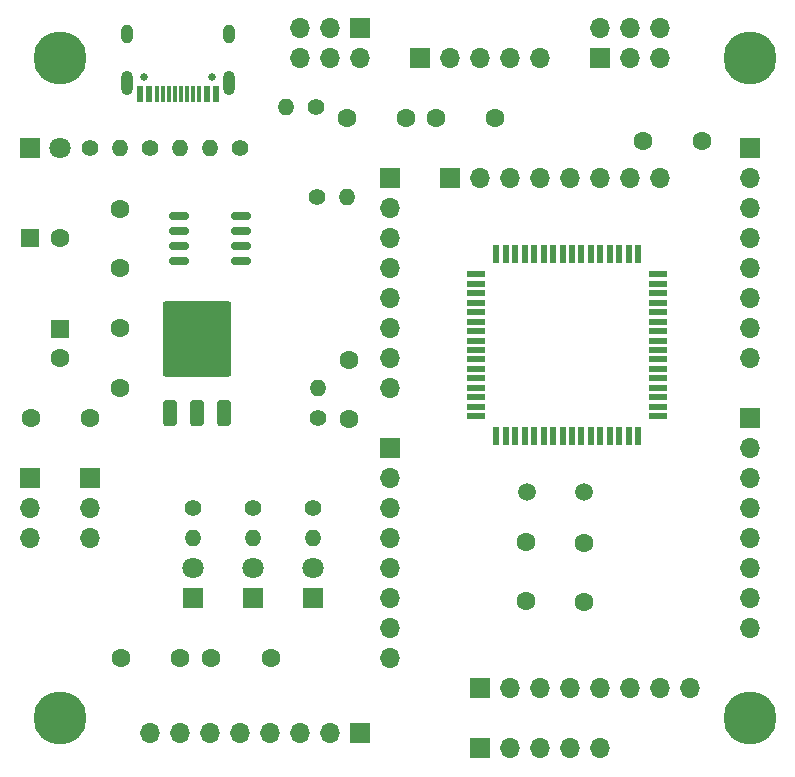
<source format=gts>
G04 #@! TF.GenerationSoftware,KiCad,Pcbnew,7.0.7*
G04 #@! TF.CreationDate,2023-10-10T22:42:23+09:00*
G04 #@! TF.ProjectId,Pixy-mega128,41544d65-6761-4313-9238-4475696e6f2e,rev?*
G04 #@! TF.SameCoordinates,Original*
G04 #@! TF.FileFunction,Soldermask,Top*
G04 #@! TF.FilePolarity,Negative*
%FSLAX46Y46*%
G04 Gerber Fmt 4.6, Leading zero omitted, Abs format (unit mm)*
G04 Created by KiCad (PCBNEW 7.0.7) date 2023-10-10 22:42:23*
%MOMM*%
%LPD*%
G01*
G04 APERTURE LIST*
G04 Aperture macros list*
%AMRoundRect*
0 Rectangle with rounded corners*
0 $1 Rounding radius*
0 $2 $3 $4 $5 $6 $7 $8 $9 X,Y pos of 4 corners*
0 Add a 4 corners polygon primitive as box body*
4,1,4,$2,$3,$4,$5,$6,$7,$8,$9,$2,$3,0*
0 Add four circle primitives for the rounded corners*
1,1,$1+$1,$2,$3*
1,1,$1+$1,$4,$5*
1,1,$1+$1,$6,$7*
1,1,$1+$1,$8,$9*
0 Add four rect primitives between the rounded corners*
20,1,$1+$1,$2,$3,$4,$5,0*
20,1,$1+$1,$4,$5,$6,$7,0*
20,1,$1+$1,$6,$7,$8,$9,0*
20,1,$1+$1,$8,$9,$2,$3,0*%
G04 Aperture macros list end*
%ADD10C,1.400000*%
%ADD11O,1.400000X1.400000*%
%ADD12C,4.500000*%
%ADD13RoundRect,0.250000X0.350000X-0.850000X0.350000X0.850000X-0.350000X0.850000X-0.350000X-0.850000X0*%
%ADD14RoundRect,0.249997X2.650003X-2.950003X2.650003X2.950003X-2.650003X2.950003X-2.650003X-2.950003X0*%
%ADD15R,1.700000X1.700000*%
%ADD16O,1.700000X1.700000*%
%ADD17C,1.600000*%
%ADD18R,1.800000X1.800000*%
%ADD19C,1.800000*%
%ADD20RoundRect,0.150000X0.675000X0.150000X-0.675000X0.150000X-0.675000X-0.150000X0.675000X-0.150000X0*%
%ADD21R,1.600000X1.600000*%
%ADD22C,1.500000*%
%ADD23C,0.650000*%
%ADD24R,0.600000X1.450000*%
%ADD25R,0.300000X1.450000*%
%ADD26O,1.000000X2.100000*%
%ADD27O,1.000000X1.600000*%
%ADD28R,1.500000X0.550000*%
%ADD29R,0.550000X1.500000*%
G04 APERTURE END LIST*
D10*
G04 #@! TO.C,R7*
X44688114Y-34598021D03*
D11*
X47228114Y-34598021D03*
G04 #@! TD*
D12*
G04 #@! TO.C,REF4*
X81280000Y-78740000D03*
G04 #@! TD*
D13*
G04 #@! TO.C,U2*
X32230907Y-52892586D03*
X34510907Y-52892586D03*
X36790907Y-52892586D03*
D14*
X34510907Y-46592586D03*
G04 #@! TD*
D15*
G04 #@! TO.C,J3*
X81280000Y-30480000D03*
D16*
X81280000Y-33020000D03*
X81280000Y-35560000D03*
X81280000Y-38100000D03*
X81280000Y-40640000D03*
X81280000Y-43180000D03*
X81280000Y-45720000D03*
X81280000Y-48260000D03*
G04 #@! TD*
D15*
G04 #@! TO.C,J4*
X50800000Y-55880000D03*
D16*
X50800000Y-58420000D03*
X50800000Y-60960000D03*
X50800000Y-63500000D03*
X50800000Y-66040000D03*
X50800000Y-68580000D03*
X50800000Y-71120000D03*
X50800000Y-73660000D03*
G04 #@! TD*
D17*
G04 #@! TO.C,C1*
X52221606Y-27891503D03*
X47221606Y-27891503D03*
G04 #@! TD*
D18*
G04 #@! TO.C,D3*
X39198295Y-68580000D03*
D19*
X39198295Y-66040000D03*
G04 #@! TD*
D17*
G04 #@! TO.C,C10*
X35720000Y-73660000D03*
X40720000Y-73660000D03*
G04 #@! TD*
D20*
G04 #@! TO.C,U3*
X38185000Y-40005000D03*
X38185000Y-38735000D03*
X38185000Y-37465000D03*
X38185000Y-36195000D03*
X32935000Y-36195000D03*
X32935000Y-37465000D03*
X32935000Y-38735000D03*
X32935000Y-40005000D03*
G04 #@! TD*
D17*
G04 #@! TO.C,C2*
X67284504Y-63849460D03*
X67284504Y-68849460D03*
G04 #@! TD*
D10*
G04 #@! TO.C,R9*
X30480000Y-30480000D03*
D11*
X33020000Y-30480000D03*
G04 #@! TD*
D10*
G04 #@! TO.C,R8*
X38100000Y-30480000D03*
D11*
X35560000Y-30480000D03*
G04 #@! TD*
D15*
G04 #@! TO.C,J14*
X68580000Y-22860000D03*
D16*
X68580000Y-20320000D03*
X71120000Y-22860000D03*
X71120000Y-20320000D03*
X73660000Y-22860000D03*
X73660000Y-20320000D03*
G04 #@! TD*
D12*
G04 #@! TO.C,REF1*
X22860000Y-22860000D03*
G04 #@! TD*
D17*
G04 #@! TO.C,C6*
X59720530Y-27922545D03*
X54720530Y-27922545D03*
G04 #@! TD*
D15*
G04 #@! TO.C,J1*
X48260000Y-20320000D03*
D16*
X48260000Y-22860000D03*
X45720000Y-20320000D03*
X45720000Y-22860000D03*
X43180000Y-20320000D03*
X43180000Y-22860000D03*
G04 #@! TD*
D21*
G04 #@! TO.C,C8*
X20360000Y-38100000D03*
D17*
X22860000Y-38100000D03*
G04 #@! TD*
D18*
G04 #@! TO.C,D1*
X20320000Y-30480000D03*
D19*
X22860000Y-30480000D03*
G04 #@! TD*
D17*
G04 #@! TO.C,C11*
X77270653Y-29851592D03*
X72270653Y-29851592D03*
G04 #@! TD*
G04 #@! TO.C,C3*
X62388252Y-63830700D03*
X62388252Y-68830700D03*
G04 #@! TD*
G04 #@! TO.C,C12*
X47356001Y-53359149D03*
X47356001Y-48359149D03*
G04 #@! TD*
D15*
G04 #@! TO.C,J10*
X48278264Y-79983973D03*
D16*
X45738264Y-79983973D03*
X43198264Y-79983973D03*
X40658264Y-79983973D03*
X38118264Y-79983973D03*
X35578264Y-79983973D03*
X33038264Y-79983973D03*
X30498264Y-79983973D03*
G04 #@! TD*
D18*
G04 #@! TO.C,D2*
X34118295Y-68580000D03*
D19*
X34118295Y-66040000D03*
G04 #@! TD*
D10*
G04 #@! TO.C,R6*
X44278295Y-60960000D03*
D11*
X44278295Y-63500000D03*
G04 #@! TD*
D10*
G04 #@! TO.C,R5*
X39198295Y-60960000D03*
D11*
X39198295Y-63500000D03*
G04 #@! TD*
D15*
G04 #@! TO.C,J7*
X50800000Y-33020000D03*
D16*
X50800000Y-35560000D03*
X50800000Y-38100000D03*
X50800000Y-40640000D03*
X50800000Y-43180000D03*
X50800000Y-45720000D03*
X50800000Y-48260000D03*
X50800000Y-50800000D03*
G04 #@! TD*
D22*
G04 #@! TO.C,Y1*
X62393884Y-59583529D03*
X67293884Y-59583529D03*
G04 #@! TD*
D12*
G04 #@! TO.C,REF2*
X81280000Y-22860000D03*
G04 #@! TD*
D23*
G04 #@! TO.C,J11*
X35782550Y-24416830D03*
X30002550Y-24416830D03*
D24*
X36142550Y-25861830D03*
X35342550Y-25861830D03*
D25*
X34142550Y-25861830D03*
X33142550Y-25861830D03*
X32642550Y-25861830D03*
X31642550Y-25861830D03*
D24*
X30442550Y-25861830D03*
X29642550Y-25861830D03*
X29642550Y-25861830D03*
X30442550Y-25861830D03*
D25*
X31142550Y-25861830D03*
X32142550Y-25861830D03*
X33642550Y-25861830D03*
X34642550Y-25861830D03*
D24*
X35342550Y-25861830D03*
X36142550Y-25861830D03*
D26*
X37212550Y-24946830D03*
D27*
X37212550Y-20766830D03*
D26*
X28572550Y-24946830D03*
D27*
X28572550Y-20766830D03*
G04 #@! TD*
D10*
G04 #@! TO.C,R2*
X25400000Y-30480000D03*
D11*
X27940000Y-30480000D03*
G04 #@! TD*
D18*
G04 #@! TO.C,D4*
X44278295Y-68580000D03*
D19*
X44278295Y-66040000D03*
G04 #@! TD*
D15*
G04 #@! TO.C,J12*
X25400000Y-58420000D03*
D16*
X25400000Y-60960000D03*
X25400000Y-63500000D03*
G04 #@! TD*
D15*
G04 #@! TO.C,J8*
X55880000Y-33020000D03*
D16*
X58420000Y-33020000D03*
X60960000Y-33020000D03*
X63500000Y-33020000D03*
X66040000Y-33020000D03*
X68580000Y-33020000D03*
X71120000Y-33020000D03*
X73660000Y-33020000D03*
G04 #@! TD*
D17*
G04 #@! TO.C,C7*
X33020000Y-73660000D03*
X28020000Y-73660000D03*
G04 #@! TD*
D10*
G04 #@! TO.C,R3*
X44755223Y-53328337D03*
D11*
X44755223Y-50788337D03*
G04 #@! TD*
D17*
G04 #@! TO.C,C9*
X27940000Y-35640000D03*
X27940000Y-40640000D03*
G04 #@! TD*
D15*
G04 #@! TO.C,J9*
X58420000Y-81280000D03*
D16*
X60960000Y-81280000D03*
X63500000Y-81280000D03*
X66040000Y-81280000D03*
X68580000Y-81280000D03*
G04 #@! TD*
D15*
G04 #@! TO.C,J2*
X53340000Y-22860000D03*
D16*
X55880000Y-22860000D03*
X58420000Y-22860000D03*
X60960000Y-22860000D03*
X63500000Y-22860000D03*
G04 #@! TD*
D28*
G04 #@! TO.C,U1*
X58148797Y-41141459D03*
X58148797Y-41941459D03*
X58148797Y-42741459D03*
X58148797Y-43541459D03*
X58148797Y-44341459D03*
X58148797Y-45141459D03*
X58148797Y-45941459D03*
X58148797Y-46741459D03*
X58148797Y-47541459D03*
X58148797Y-48341459D03*
X58148797Y-49141459D03*
X58148797Y-49941459D03*
X58148797Y-50741459D03*
X58148797Y-51541459D03*
X58148797Y-52341459D03*
X58148797Y-53141459D03*
D29*
X59848797Y-54841459D03*
X60648797Y-54841459D03*
X61448797Y-54841459D03*
X62248797Y-54841459D03*
X63048797Y-54841459D03*
X63848797Y-54841459D03*
X64648797Y-54841459D03*
X65448797Y-54841459D03*
X66248797Y-54841459D03*
X67048797Y-54841459D03*
X67848797Y-54841459D03*
X68648797Y-54841459D03*
X69448797Y-54841459D03*
X70248797Y-54841459D03*
X71048797Y-54841459D03*
X71848797Y-54841459D03*
D28*
X73548797Y-53141459D03*
X73548797Y-52341459D03*
X73548797Y-51541459D03*
X73548797Y-50741459D03*
X73548797Y-49941459D03*
X73548797Y-49141459D03*
X73548797Y-48341459D03*
X73548797Y-47541459D03*
X73548797Y-46741459D03*
X73548797Y-45941459D03*
X73548797Y-45141459D03*
X73548797Y-44341459D03*
X73548797Y-43541459D03*
X73548797Y-42741459D03*
X73548797Y-41941459D03*
X73548797Y-41141459D03*
D29*
X71848797Y-39441459D03*
X71048797Y-39441459D03*
X70248797Y-39441459D03*
X69448797Y-39441459D03*
X68648797Y-39441459D03*
X67848797Y-39441459D03*
X67048797Y-39441459D03*
X66248797Y-39441459D03*
X65448797Y-39441459D03*
X64648797Y-39441459D03*
X63848797Y-39441459D03*
X63048797Y-39441459D03*
X62248797Y-39441459D03*
X61448797Y-39441459D03*
X60648797Y-39441459D03*
X59848797Y-39441459D03*
G04 #@! TD*
D15*
G04 #@! TO.C,J6*
X58420000Y-76200000D03*
D16*
X60960000Y-76200000D03*
X63500000Y-76200000D03*
X66040000Y-76200000D03*
X68580000Y-76200000D03*
X71120000Y-76200000D03*
X73660000Y-76200000D03*
X76200000Y-76200000D03*
G04 #@! TD*
D10*
G04 #@! TO.C,R4*
X34118295Y-60960000D03*
D11*
X34118295Y-63500000D03*
G04 #@! TD*
D10*
G04 #@! TO.C,R1*
X44569622Y-26950914D03*
D11*
X42029622Y-26950914D03*
G04 #@! TD*
D15*
G04 #@! TO.C,J5*
X81280000Y-53340000D03*
D16*
X81280000Y-55880000D03*
X81280000Y-58420000D03*
X81280000Y-60960000D03*
X81280000Y-63500000D03*
X81280000Y-66040000D03*
X81280000Y-68580000D03*
X81280000Y-71120000D03*
G04 #@! TD*
D17*
G04 #@! TO.C,C13*
X20400000Y-53340000D03*
X25400000Y-53340000D03*
G04 #@! TD*
D21*
G04 #@! TO.C,C4*
X22860000Y-45760000D03*
D17*
X22860000Y-48260000D03*
G04 #@! TD*
D12*
G04 #@! TO.C,REF3*
X22860000Y-78740000D03*
G04 #@! TD*
D15*
G04 #@! TO.C,J13*
X20320000Y-58420000D03*
D16*
X20320000Y-60960000D03*
X20320000Y-63500000D03*
G04 #@! TD*
D17*
G04 #@! TO.C,C5*
X27940000Y-50720000D03*
X27940000Y-45720000D03*
G04 #@! TD*
M02*

</source>
